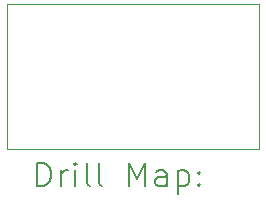
<source format=gbr>
%TF.GenerationSoftware,KiCad,Pcbnew,9.0.5*%
%TF.CreationDate,2025-11-23T20:09:42-05:00*%
%TF.ProjectId,Silicon Fuzz Face Compact,53696c69-636f-46e2-9046-757a7a204661,rev?*%
%TF.SameCoordinates,Original*%
%TF.FileFunction,Drillmap*%
%TF.FilePolarity,Positive*%
%FSLAX45Y45*%
G04 Gerber Fmt 4.5, Leading zero omitted, Abs format (unit mm)*
G04 Created by KiCad (PCBNEW 9.0.5) date 2025-11-23 20:09:42*
%MOMM*%
%LPD*%
G01*
G04 APERTURE LIST*
%ADD10C,0.050000*%
%ADD11C,0.200000*%
G04 APERTURE END LIST*
D10*
X4870000Y-8050000D02*
X7010000Y-8050000D01*
X7010000Y-9275000D01*
X4870000Y-9275000D01*
X4870000Y-8050000D01*
D11*
X5128277Y-9588984D02*
X5128277Y-9388984D01*
X5128277Y-9388984D02*
X5175896Y-9388984D01*
X5175896Y-9388984D02*
X5204467Y-9398508D01*
X5204467Y-9398508D02*
X5223515Y-9417555D01*
X5223515Y-9417555D02*
X5233039Y-9436603D01*
X5233039Y-9436603D02*
X5242563Y-9474698D01*
X5242563Y-9474698D02*
X5242563Y-9503270D01*
X5242563Y-9503270D02*
X5233039Y-9541365D01*
X5233039Y-9541365D02*
X5223515Y-9560412D01*
X5223515Y-9560412D02*
X5204467Y-9579460D01*
X5204467Y-9579460D02*
X5175896Y-9588984D01*
X5175896Y-9588984D02*
X5128277Y-9588984D01*
X5328277Y-9588984D02*
X5328277Y-9455650D01*
X5328277Y-9493746D02*
X5337801Y-9474698D01*
X5337801Y-9474698D02*
X5347324Y-9465174D01*
X5347324Y-9465174D02*
X5366372Y-9455650D01*
X5366372Y-9455650D02*
X5385420Y-9455650D01*
X5452086Y-9588984D02*
X5452086Y-9455650D01*
X5452086Y-9388984D02*
X5442563Y-9398508D01*
X5442563Y-9398508D02*
X5452086Y-9408031D01*
X5452086Y-9408031D02*
X5461610Y-9398508D01*
X5461610Y-9398508D02*
X5452086Y-9388984D01*
X5452086Y-9388984D02*
X5452086Y-9408031D01*
X5575896Y-9588984D02*
X5556848Y-9579460D01*
X5556848Y-9579460D02*
X5547324Y-9560412D01*
X5547324Y-9560412D02*
X5547324Y-9388984D01*
X5680658Y-9588984D02*
X5661610Y-9579460D01*
X5661610Y-9579460D02*
X5652086Y-9560412D01*
X5652086Y-9560412D02*
X5652086Y-9388984D01*
X5909229Y-9588984D02*
X5909229Y-9388984D01*
X5909229Y-9388984D02*
X5975896Y-9531841D01*
X5975896Y-9531841D02*
X6042562Y-9388984D01*
X6042562Y-9388984D02*
X6042562Y-9588984D01*
X6223515Y-9588984D02*
X6223515Y-9484222D01*
X6223515Y-9484222D02*
X6213991Y-9465174D01*
X6213991Y-9465174D02*
X6194943Y-9455650D01*
X6194943Y-9455650D02*
X6156848Y-9455650D01*
X6156848Y-9455650D02*
X6137801Y-9465174D01*
X6223515Y-9579460D02*
X6204467Y-9588984D01*
X6204467Y-9588984D02*
X6156848Y-9588984D01*
X6156848Y-9588984D02*
X6137801Y-9579460D01*
X6137801Y-9579460D02*
X6128277Y-9560412D01*
X6128277Y-9560412D02*
X6128277Y-9541365D01*
X6128277Y-9541365D02*
X6137801Y-9522317D01*
X6137801Y-9522317D02*
X6156848Y-9512793D01*
X6156848Y-9512793D02*
X6204467Y-9512793D01*
X6204467Y-9512793D02*
X6223515Y-9503270D01*
X6318753Y-9455650D02*
X6318753Y-9655650D01*
X6318753Y-9465174D02*
X6337801Y-9455650D01*
X6337801Y-9455650D02*
X6375896Y-9455650D01*
X6375896Y-9455650D02*
X6394943Y-9465174D01*
X6394943Y-9465174D02*
X6404467Y-9474698D01*
X6404467Y-9474698D02*
X6413991Y-9493746D01*
X6413991Y-9493746D02*
X6413991Y-9550889D01*
X6413991Y-9550889D02*
X6404467Y-9569936D01*
X6404467Y-9569936D02*
X6394943Y-9579460D01*
X6394943Y-9579460D02*
X6375896Y-9588984D01*
X6375896Y-9588984D02*
X6337801Y-9588984D01*
X6337801Y-9588984D02*
X6318753Y-9579460D01*
X6499705Y-9569936D02*
X6509229Y-9579460D01*
X6509229Y-9579460D02*
X6499705Y-9588984D01*
X6499705Y-9588984D02*
X6490182Y-9579460D01*
X6490182Y-9579460D02*
X6499705Y-9569936D01*
X6499705Y-9569936D02*
X6499705Y-9588984D01*
X6499705Y-9465174D02*
X6509229Y-9474698D01*
X6509229Y-9474698D02*
X6499705Y-9484222D01*
X6499705Y-9484222D02*
X6490182Y-9474698D01*
X6490182Y-9474698D02*
X6499705Y-9465174D01*
X6499705Y-9465174D02*
X6499705Y-9484222D01*
M02*

</source>
